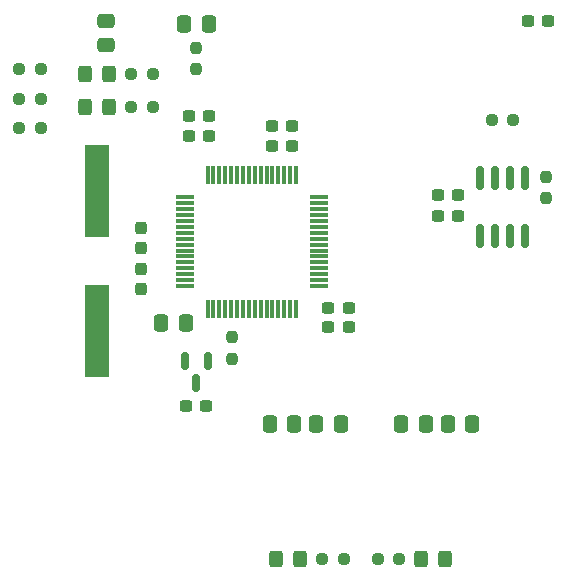
<source format=gbr>
%TF.GenerationSoftware,KiCad,Pcbnew,7.0.10*%
%TF.CreationDate,2024-04-14T19:03:43+02:00*%
%TF.ProjectId,DIC,4449432e-6b69-4636-9164-5f7063625858,rev?*%
%TF.SameCoordinates,Original*%
%TF.FileFunction,Paste,Bot*%
%TF.FilePolarity,Positive*%
%FSLAX46Y46*%
G04 Gerber Fmt 4.6, Leading zero omitted, Abs format (unit mm)*
G04 Created by KiCad (PCBNEW 7.0.10) date 2024-04-14 19:03:43*
%MOMM*%
%LPD*%
G01*
G04 APERTURE LIST*
G04 Aperture macros list*
%AMRoundRect*
0 Rectangle with rounded corners*
0 $1 Rounding radius*
0 $2 $3 $4 $5 $6 $7 $8 $9 X,Y pos of 4 corners*
0 Add a 4 corners polygon primitive as box body*
4,1,4,$2,$3,$4,$5,$6,$7,$8,$9,$2,$3,0*
0 Add four circle primitives for the rounded corners*
1,1,$1+$1,$2,$3*
1,1,$1+$1,$4,$5*
1,1,$1+$1,$6,$7*
1,1,$1+$1,$8,$9*
0 Add four rect primitives between the rounded corners*
20,1,$1+$1,$2,$3,$4,$5,0*
20,1,$1+$1,$4,$5,$6,$7,0*
20,1,$1+$1,$6,$7,$8,$9,0*
20,1,$1+$1,$8,$9,$2,$3,0*%
G04 Aperture macros list end*
%ADD10RoundRect,0.250000X0.475000X-0.337500X0.475000X0.337500X-0.475000X0.337500X-0.475000X-0.337500X0*%
%ADD11RoundRect,0.237500X-0.300000X-0.237500X0.300000X-0.237500X0.300000X0.237500X-0.300000X0.237500X0*%
%ADD12RoundRect,0.237500X-0.237500X0.250000X-0.237500X-0.250000X0.237500X-0.250000X0.237500X0.250000X0*%
%ADD13RoundRect,0.237500X0.250000X0.237500X-0.250000X0.237500X-0.250000X-0.237500X0.250000X-0.237500X0*%
%ADD14RoundRect,0.250000X0.337500X0.475000X-0.337500X0.475000X-0.337500X-0.475000X0.337500X-0.475000X0*%
%ADD15RoundRect,0.150000X-0.150000X0.587500X-0.150000X-0.587500X0.150000X-0.587500X0.150000X0.587500X0*%
%ADD16RoundRect,0.237500X0.300000X0.237500X-0.300000X0.237500X-0.300000X-0.237500X0.300000X-0.237500X0*%
%ADD17RoundRect,0.250000X-0.337500X-0.475000X0.337500X-0.475000X0.337500X0.475000X-0.337500X0.475000X0*%
%ADD18RoundRect,0.237500X-0.250000X-0.237500X0.250000X-0.237500X0.250000X0.237500X-0.250000X0.237500X0*%
%ADD19RoundRect,0.250000X0.325000X0.450000X-0.325000X0.450000X-0.325000X-0.450000X0.325000X-0.450000X0*%
%ADD20RoundRect,0.237500X0.237500X-0.300000X0.237500X0.300000X-0.237500X0.300000X-0.237500X-0.300000X0*%
%ADD21RoundRect,0.237500X0.237500X-0.250000X0.237500X0.250000X-0.237500X0.250000X-0.237500X-0.250000X0*%
%ADD22R,2.000000X7.875000*%
%ADD23RoundRect,0.150000X0.150000X-0.825000X0.150000X0.825000X-0.150000X0.825000X-0.150000X-0.825000X0*%
%ADD24RoundRect,0.237500X-0.237500X0.300000X-0.237500X-0.300000X0.237500X-0.300000X0.237500X0.300000X0*%
%ADD25RoundRect,0.250000X-0.325000X-0.450000X0.325000X-0.450000X0.325000X0.450000X-0.325000X0.450000X0*%
%ADD26RoundRect,0.075000X-0.700000X-0.075000X0.700000X-0.075000X0.700000X0.075000X-0.700000X0.075000X0*%
%ADD27RoundRect,0.075000X-0.075000X-0.700000X0.075000X-0.700000X0.075000X0.700000X-0.075000X0.700000X0*%
G04 APERTURE END LIST*
D10*
%TO.C,C19*%
X24257000Y-17485500D03*
X24257000Y-15410500D03*
%TD*%
D11*
%TO.C,C18*%
X52350500Y-30164000D03*
X54075500Y-30164000D03*
%TD*%
D12*
%TO.C,R3*%
X34885000Y-42209500D03*
X34885000Y-44034500D03*
%TD*%
D13*
%TO.C,R2*%
X28177500Y-19939000D03*
X26352500Y-19939000D03*
%TD*%
D14*
%TO.C,C12*%
X30969500Y-40963000D03*
X28894500Y-40963000D03*
%TD*%
D15*
%TO.C,U2*%
X30927000Y-44164000D03*
X32827000Y-44164000D03*
X31877000Y-46039000D03*
%TD*%
D11*
%TO.C,C5*%
X31014500Y-48022500D03*
X32739500Y-48022500D03*
%TD*%
D16*
%TO.C,C6*%
X39978500Y-24322000D03*
X38253500Y-24322000D03*
%TD*%
D17*
%TO.C,C14*%
X38078500Y-49530000D03*
X40153500Y-49530000D03*
%TD*%
D11*
%TO.C,C17*%
X52350500Y-31942000D03*
X54075500Y-31942000D03*
%TD*%
D14*
%TO.C,C11*%
X55245000Y-49530000D03*
X53170000Y-49530000D03*
%TD*%
D18*
%TO.C,R1*%
X26352500Y-22733000D03*
X28177500Y-22733000D03*
%TD*%
D17*
%TO.C,C7*%
X49233000Y-49530000D03*
X51308000Y-49530000D03*
%TD*%
D19*
%TO.C,5VGood1*%
X52968000Y-60960000D03*
X50918000Y-60960000D03*
%TD*%
D20*
%TO.C,C2*%
X27178000Y-38142500D03*
X27178000Y-36417500D03*
%TD*%
D18*
%TO.C,R8*%
X16891000Y-24516000D03*
X18716000Y-24516000D03*
%TD*%
D21*
%TO.C,R9*%
X31877000Y-19519500D03*
X31877000Y-17694500D03*
%TD*%
D19*
%TO.C,Error1*%
X24480000Y-19939000D03*
X22430000Y-19939000D03*
%TD*%
D14*
%TO.C,C15*%
X44090500Y-49530000D03*
X42015500Y-49530000D03*
%TD*%
D18*
%TO.C,R11*%
X56872500Y-23814000D03*
X58697500Y-23814000D03*
%TD*%
D22*
%TO.C,Y1*%
X23495000Y-29814500D03*
X23495000Y-41689500D03*
%TD*%
D14*
%TO.C,C20*%
X32914500Y-15686000D03*
X30839500Y-15686000D03*
%TD*%
D23*
%TO.C,U7*%
X59690000Y-33655000D03*
X58420000Y-33655000D03*
X57150000Y-33655000D03*
X55880000Y-33655000D03*
X55880000Y-28705000D03*
X57150000Y-28705000D03*
X58420000Y-28705000D03*
X59690000Y-28705000D03*
%TD*%
D21*
%TO.C,R10*%
X61468000Y-30441500D03*
X61468000Y-28616500D03*
%TD*%
D16*
%TO.C,C4*%
X32993500Y-25146000D03*
X31268500Y-25146000D03*
%TD*%
D13*
%TO.C,R7*%
X18716000Y-22006000D03*
X16891000Y-22006000D03*
%TD*%
D16*
%TO.C,C1*%
X32993500Y-23495000D03*
X31268500Y-23495000D03*
%TD*%
D19*
%TO.C,Heart1*%
X24480000Y-22733000D03*
X22430000Y-22733000D03*
%TD*%
D16*
%TO.C,C8*%
X39978500Y-25973000D03*
X38253500Y-25973000D03*
%TD*%
D24*
%TO.C,C3*%
X27178000Y-32919500D03*
X27178000Y-34644500D03*
%TD*%
D18*
%TO.C,R6*%
X42521500Y-60960000D03*
X44346500Y-60960000D03*
%TD*%
D25*
%TO.C,3V3Good1*%
X38599000Y-60960000D03*
X40649000Y-60960000D03*
%TD*%
D18*
%TO.C,R5*%
X16891000Y-19496000D03*
X18716000Y-19496000D03*
%TD*%
D11*
%TO.C,C10*%
X43039500Y-39693000D03*
X44764500Y-39693000D03*
%TD*%
%TO.C,C9*%
X43039500Y-41344000D03*
X44764500Y-41344000D03*
%TD*%
D13*
%TO.C,R4*%
X49045500Y-60960000D03*
X47220500Y-60960000D03*
%TD*%
D16*
%TO.C,C16*%
X61695500Y-15432000D03*
X59970500Y-15432000D03*
%TD*%
D26*
%TO.C,U3*%
X30901000Y-37851000D03*
X30901000Y-37351000D03*
X30901000Y-36851000D03*
X30901000Y-36351000D03*
X30901000Y-35851000D03*
X30901000Y-35351000D03*
X30901000Y-34851000D03*
X30901000Y-34351000D03*
X30901000Y-33851000D03*
X30901000Y-33351000D03*
X30901000Y-32851000D03*
X30901000Y-32351000D03*
X30901000Y-31851000D03*
X30901000Y-31351000D03*
X30901000Y-30851000D03*
X30901000Y-30351000D03*
D27*
X32826000Y-28426000D03*
X33326000Y-28426000D03*
X33826000Y-28426000D03*
X34326000Y-28426000D03*
X34826000Y-28426000D03*
X35326000Y-28426000D03*
X35826000Y-28426000D03*
X36326000Y-28426000D03*
X36826000Y-28426000D03*
X37326000Y-28426000D03*
X37826000Y-28426000D03*
X38326000Y-28426000D03*
X38826000Y-28426000D03*
X39326000Y-28426000D03*
X39826000Y-28426000D03*
X40326000Y-28426000D03*
D26*
X42251000Y-30351000D03*
X42251000Y-30851000D03*
X42251000Y-31351000D03*
X42251000Y-31851000D03*
X42251000Y-32351000D03*
X42251000Y-32851000D03*
X42251000Y-33351000D03*
X42251000Y-33851000D03*
X42251000Y-34351000D03*
X42251000Y-34851000D03*
X42251000Y-35351000D03*
X42251000Y-35851000D03*
X42251000Y-36351000D03*
X42251000Y-36851000D03*
X42251000Y-37351000D03*
X42251000Y-37851000D03*
D27*
X40326000Y-39776000D03*
X39826000Y-39776000D03*
X39326000Y-39776000D03*
X38826000Y-39776000D03*
X38326000Y-39776000D03*
X37826000Y-39776000D03*
X37326000Y-39776000D03*
X36826000Y-39776000D03*
X36326000Y-39776000D03*
X35826000Y-39776000D03*
X35326000Y-39776000D03*
X34826000Y-39776000D03*
X34326000Y-39776000D03*
X33826000Y-39776000D03*
X33326000Y-39776000D03*
X32826000Y-39776000D03*
%TD*%
M02*

</source>
